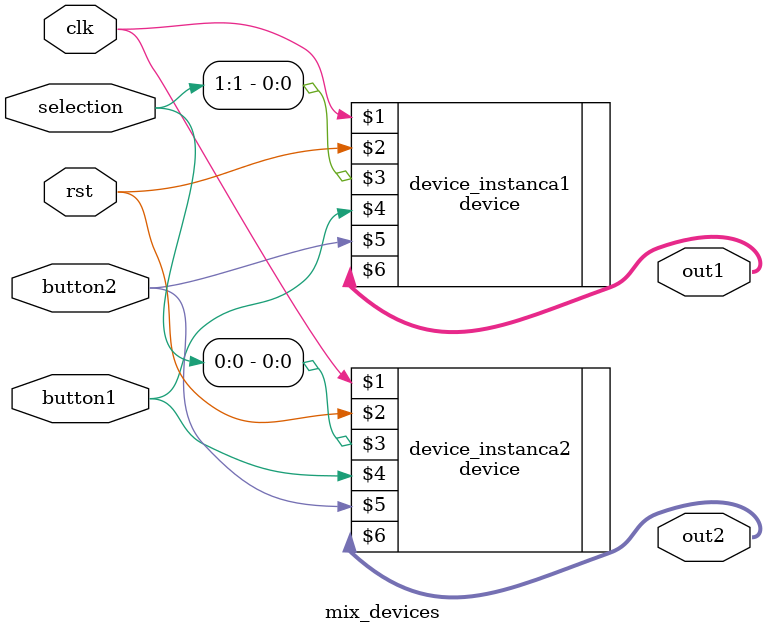
<source format=v>
module mix_devices(input clk, input rst, input button1, input button2, input [1:0] selection, output [4:0] out1, output [4:0] out2);

	device device_instanca1(clk, rst, selection[1], button1, button2, out1);
	device device_instanca2(clk, rst, selection[0], button1, button2, out2);
	
endmodule

</source>
